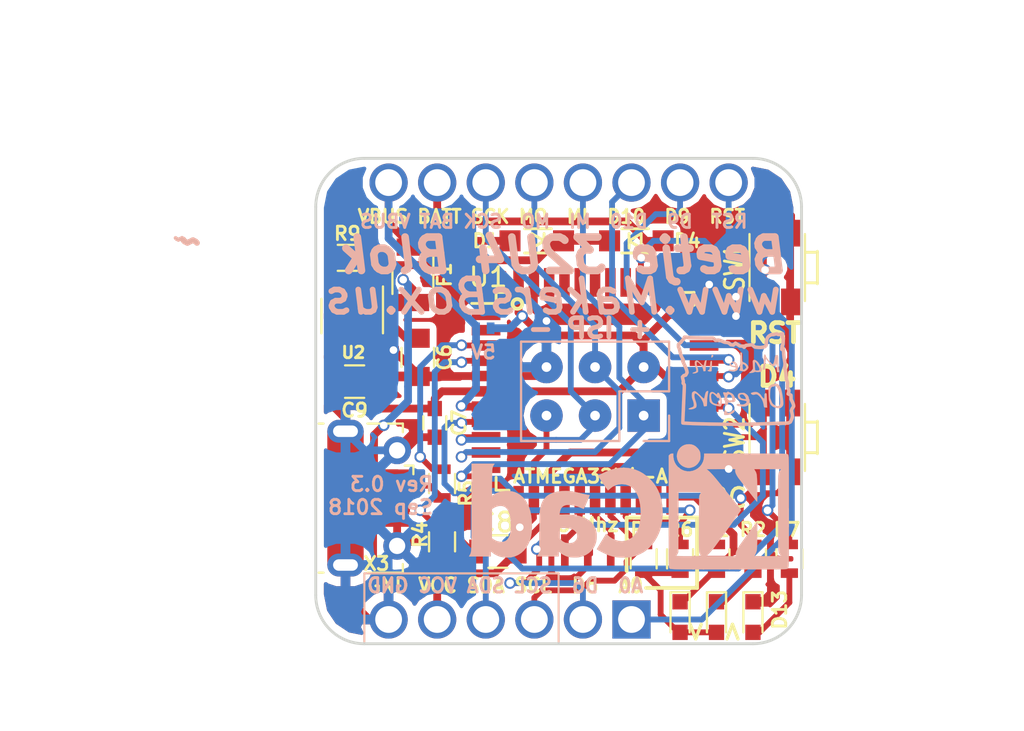
<source format=kicad_pcb>
(kicad_pcb (version 4) (host pcbnew 4.0.7)
  (title_block (title "Beetje 32U4 Blok") (date 2018-08-10) (rev 0.0) (company www.MakersBox.us) (comment 1 648.ken@gmail.com))
  (layers (0 F.Cu signal) (31 B.Cu signal) (34 B.Paste user) (35 F.Paste user) (36 B.SilkS user hide) (37 F.SilkS user) (38 B.Mask user) (39 F.Mask user) (44 Edge.Cuts user))
  (net 0 "")
  (net 1 GND)
  (net 2 /AREF)
  (net 3 VBUS)
  (net 4 +BATT)
  (net 5 /D4)
  (net 6 /D6)
  (net 7 /D8)
  (net 8 /D13)
  (net 9 /D12)
  (net 10 /D11)
  (net 11 /D10)
  (net 12 /D9)
  (net 13 /D7)
  (net 14 /SCL)
  (net 15 /SDA)
  (net 16 /D1)
  (net 17 /D0)
  (net 18 /A0)
  (net 19 /A1)
  (net 20 /A2)
  (net 21 /A3)
  (net 22 /A4)
  (net 23 /A5)
  (net 24 /SCK)
  (net 25 /MOSI)
  (net 26 /MISO)
  (net 27 "Net-(R4-Pad2)")
  (net 28 "Net-(R5-Pad2)")
  (net 29 "Net-(R9-Pad1)")
  (net 30 "Net-(U1-Pad2)")
  (net 31 "Net-(U1-Pad16)")
  (net 32 "Net-(U1-Pad17)")
  (net 33 /D5)
  (net 34 "Net-(U2-Pad4)")
  (net 35 "Net-(X3-Pad4)")
  (net 36 /RXLED)
  (net 37 /TXLED)
  (net 38 /VHI)
  (net 39 /~RESET)
  (net 40 /D+)
  (net 41 /D-)
  (net 42 VCC)
  (net 43 "Net-(D13-Pad2)")
  (net 44 "Net-(F1-Pad2)")
  (net 45 "Net-(D3-Pad1)")
  (net 46 "Net-(D5-Pad1)")
  (module footprints:Beetje_Bottom (layer F.Cu) (at 158.75 110.49 270)
    (fp_text reference J2 hide)
    (fp_text value "Beetje Bottom")
    (fp_text user "A0  D6  SCL SDA VCC GND" (at -1.778 6.604 360) (layer B.SilkS) (effects (font (size 0.75 0.7)) (justify mirror)))
    (fp_text user "GND VCC SDA SCL  D6  A0" (at -1.778 6.604 360) (layer F.SilkS) (effects (font (size 0.75 0.7))))
    (pad 1 thru_hole rect (at 0 0 270) (size 2 2) (drill 1.4) (layers *.Cu *.Mask) (net 18 /A0))
    (pad 2 thru_hole oval (at 0 2.54 270) (size 2 2) (drill 1.4) (layers *.Cu *.Mask) (net 6 /D6))
    (pad 3 thru_hole oval (at 0 5.08 270) (size 2 2) (drill 1.4) (layers *.Cu *.Mask) (net 14 /SCL))
    (pad 4 thru_hole oval (at 0 7.62 270) (size 2 2) (drill 1.4) (layers *.Cu *.Mask) (net 15 /SDA))
    (pad 5 thru_hole oval (at 0 10.16 270) (size 2 2) (drill 1.4) (layers *.Cu *.Mask) (net 42 VCC))
    (pad 6 thru_hole oval (at 0 12.7 270) (size 2 2) (drill 1.4) (layers *.Cu *.Mask) (net 1 GND))
  )
  (module footprints:Beetje_Top (layer F.Cu) (at 163.83 87.63 270)
    (fp_text reference J4 hide)
    (fp_text value "Beetje Top")
    (fp_text user "RST  D9  D10  MI  MO  SCK BAT VBUS" (at 2.032 9.144 360) (layer B.SilkS) (effects (font (size 0.7 0.675)) (justify mirror)))
    (fp_text user "VBUS BATT SCK MO  MI  D10  D9  RST" (at 1.778 9.271 360) (layer F.SilkS) (effects (font (size 0.7 0.675))))
    (pad 1 thru_hole circle (at 0 0 270) (size 2 2) (drill 1.4) (layers *.Cu *.Mask) (net 39 /~RESET))
    (pad 2 thru_hole oval (at 0 2.54 270) (size 2 2) (drill 1.4) (layers *.Cu *.Mask) (net 12 /D9))
    (pad 3 thru_hole oval (at 0 5.08 270) (size 2 2) (drill 1.4) (layers *.Cu *.Mask) (net 11 /D10))
    (pad 4 thru_hole oval (at 0 7.62 270) (size 2 2) (drill 1.4) (layers *.Cu *.Mask) (net 26 /MISO))
    (pad 5 thru_hole circle (at 0 10.16 270) (size 2 2) (drill 1.4) (layers *.Cu *.Mask) (net 25 /MOSI))
    (pad 6 thru_hole circle (at 0 12.7 270) (size 2 2) (drill 1.4) (layers *.Cu *.Mask) (net 24 /SCK))
    (pad 7 thru_hole circle (at 0 15.24 270) (size 2 2) (drill 1.4) (layers *.Cu *.Mask) (net 4 +BATT))
    (pad 8 thru_hole circle (at 0 17.78 270) (size 2 2) (drill 1.4) (layers *.Cu *.Mask) (net 3 VBUS))
  )
  (module footprints:EVQ-P7A (layer F.Cu) (at 166.37 100.965 90)
    (fp_text reference SW2 (at -0.127 -2.2225 90) (layer F.SilkS) (effects (font (size 1 0.8))))
    (fp_text value D4 (at 3.175 0 180) (layer F.SilkS) (effects (font (thickness 0.25))))
    (pad 2 smd rect (at 1.8 0.725 90) (size 1.4 1.05) (layers F.Cu F.Paste F.Mask) (net 1 GND))
    (pad 2 smd rect (at -1.8 0.725 90) (size 1.4 1.05) (layers F.Cu F.Paste F.Mask) (net 1 GND))
    (pad 1 smd rect (at 1.8 -0.7 90) (size 1.4 1.05) (layers F.Cu F.Paste F.Mask) (net 5 /D4))
    (pad 1 smd rect (at -1.8 -0.7 90) (size 1.4 1.05) (layers F.Cu F.Paste F.Mask) (net 5 /D4))
  )
  (module footprints:D_SOD-123F (layer F.Cu) (at 159.004 90.678)
    (fp_text reference D4 (at 2.667 0) (layer F.SilkS) (effects (font (size 0.7 0.7))))
    (fp_text value MBR120)
    (pad 1 smd rect (at -1.4 0) (size 1.1 1.1) (layers F.Cu F.Paste F.Mask) (net 38 /VHI))
    (pad 2 smd rect (at 1.4 0) (size 1.1 1.1) (layers F.Cu F.Paste F.Mask) (net 4 +BATT))
  )
  (module footprints:D_SOD-123F (layer F.Cu) (at 153.797 90.678 180)
    (fp_text reference D1 (at 2.667 0 180) (layer F.SilkS) (effects (font (size 0.7 0.7))))
    (fp_text value MBR120)
    (pad 1 smd rect (at -1.4 0 180) (size 1.1 1.1) (layers F.Cu F.Paste F.Mask) (net 38 /VHI))
    (pad 2 smd rect (at 1.4 0 180) (size 1.1 1.1) (layers F.Cu F.Paste F.Mask) (net 3 VBUS))
  )
  (module footprints:Jumper (layer B.Cu) (at 151.003 95.25 180)
    (fp_text reference JMP1 hide)
    (fp_text value 5V (at 0 -1.25 180) (layer B.SilkS) (effects (font (size 0.7 0.7)) (justify mirror)))
    (pad 1 smd rect (at -0.381 0 180) (size 0.4 0.6) (layers B.Cu B.Paste B.Mask) (net 42 VCC))
    (pad 2 smd rect (at 0.381 0 180) (size 0.4 0.6) (layers B.Cu B.Paste B.Mask) (net 3 VBUS))
  )
  (module footprints:LED_0603 (layer F.Cu) (at 161.29 110.363 270)
    (fp_text reference D3 hide)
    (fp_text value TX hide)
    (pad 2 smd rect (at 0.8 0 90) (size 0.8 0.8) (layers F.Cu F.Paste F.Mask) (net 42 VCC))
    (pad 1 smd rect (at -0.8 0 90) (size 0.8 0.8) (layers F.Cu F.Paste F.Mask) (net 45 "Net-(D3-Pad1)"))
  )
  (module footprints:Resonator_SMD_CTSC_1.3mmx3.2mm (layer F.Cu) (at 156.464 106.934 180)
    (fp_text reference Y1 hide)
    (fp_text value "8 Mhz" (at 0 1.397 180) (layer F.SilkS) (effects (font (size 0.7 0.7))))
    (pad 1 smd rect (at -1.2 0 180) (size 0.4 1.8) (layers F.Cu F.Paste F.Mask) (net 32 "Net-(U1-Pad17)"))
    (pad 2 smd rect (at 0 0 180) (size 0.4 1.8) (layers F.Cu F.Paste F.Mask) (net 1 GND))
    (pad 3 smd rect (at 1.2 0 180) (size 0.4 1.8) (layers F.Cu F.Paste F.Mask) (net 31 "Net-(U1-Pad16)"))
  )
  (module footprints:EVQ-P7A (layer F.Cu) (at 166.37 92.075 90)
    (fp_text reference SW1 (at 0 -2.2225 270) (layer F.SilkS) (effects (font (size 1 0.8))))
    (fp_text value RST (at -3.429 -0.127 180) (layer F.SilkS) (effects (font (thickness 0.25))))
    (pad 2 smd rect (at 1.8 0.725 90) (size 1.4 1.05) (layers F.Cu F.Paste F.Mask) (net 1 GND))
    (pad 2 smd rect (at -1.8 0.725 90) (size 1.4 1.05) (layers F.Cu F.Paste F.Mask) (net 1 GND))
    (pad 1 smd rect (at 1.8 -0.7 90) (size 1.4 1.05) (layers F.Cu F.Paste F.Mask) (net 39 /~RESET))
    (pad 1 smd rect (at -1.8 -0.7 90) (size 1.4 1.05) (layers F.Cu F.Paste F.Mask) (net 39 /~RESET))
  )
  (module myFootPrints:MadeInOregonRev25 (layer F.Cu) (at 164.211 97.917)
    (fp_text reference VAL hide)
    (fp_text value MadeInOregonRev25 hide)
  )
  (module footprints:KiCad-Logo2_8mm_SilkScreen (layer B.Cu) (at 158.623 105.283 180)
    (fp_text reference REF*** hide)
    (fp_text value KiCad-Logo2_8mm_SilkScreen hide)
  )
  (module footprints:C_0805 (layer F.Cu) (at 147.574 96.774 270)
    (fp_text reference C6 (at 0 -1.397 270) (layer F.SilkS) (effects (font (size 0.7 0.7))))
    (fp_text value 10uF)
    (pad 1 smd rect (at -1 0 270) (size 1 1.25) (layers F.Cu F.Paste F.Mask) (net 38 /VHI))
    (pad 2 smd rect (at 1 0 270) (size 1 1.25) (layers F.Cu F.Paste F.Mask) (net 1 GND))
  )
  (module footprints:C_0603 (layer F.Cu) (at 148.463 100.203 270)
    (fp_text reference C7 (at 0 -1.27 450) (layer F.SilkS) (effects (font (size 0.7 0.7))))
    (fp_text value 1uF)
    (pad 2 smd rect (at 0.75 0 270) (size 0.8 0.75) (layers F.Cu F.Paste F.Mask) (net 1 GND))
    (pad 1 smd rect (at -0.75 0 270) (size 0.8 0.75) (layers F.Cu F.Paste F.Mask) (net 42 VCC))
  )
  (module footprints:C_0805 (layer F.Cu) (at 151.765 106.934 180)
    (fp_text reference C8 (at 0.127 1.524 180) (layer F.SilkS))
    (fp_text value 10uF)
    (pad 1 smd rect (at -1 0 180) (size 1 1.25) (layers F.Cu F.Paste F.Mask) (net 42 VCC))
    (pad 2 smd rect (at 1 0 180) (size 1 1.25) (layers F.Cu F.Paste F.Mask) (net 1 GND))
  )
  (module footprints:C_0805 (layer F.Cu) (at 144.272 98.044 180)
    (fp_text reference C9 (at 0 -1.5 180) (layer F.SilkS) (effects (font (size 0.7 0.7))))
    (fp_text value 10uF)
    (pad 1 smd rect (at -1 0 180) (size 1 1.25) (layers F.Cu F.Paste F.Mask) (net 42 VCC))
    (pad 2 smd rect (at 1 0 180) (size 1 1.25) (layers F.Cu F.Paste F.Mask) (net 1 GND))
  )
  (module footprints:LED_0603 (layer F.Cu) (at 163.195 110.363 270)
    (fp_text reference D5 hide)
    (fp_text value RX hide)
    (pad 2 smd rect (at 0.8 0 90) (size 0.8 0.8) (layers F.Cu F.Paste F.Mask) (net 42 VCC))
    (pad 1 smd rect (at -0.8 0 90) (size 0.8 0.8) (layers F.Cu F.Paste F.Mask) (net 46 "Net-(D5-Pad1)"))
  )
  (module footprints:LED_0603 (layer F.Cu) (at 165.1 110.363 270)
    (fp_text reference D13 (at -0.381 -1.397 270) (layer F.SilkS) (effects (font (size 0.7 0.7))))
    (fp_text value D13)
    (pad 2 smd rect (at 0.8 0 90) (size 0.8 0.8) (layers F.Cu F.Paste F.Mask) (net 43 "Net-(D13-Pad2)"))
    (pad 1 smd rect (at -0.8 0 90) (size 0.8 0.8) (layers F.Cu F.Paste F.Mask) (net 1 GND))
  )
  (module footprints:R_1206 (layer F.Cu) (at 147.32 92.456 270)
    (fp_text reference F1 (at 0 -1.651 270) (layer F.SilkS) (effects (font (size 0.7 0.7))))
    (fp_text value Polyfuse)
    (pad 1 smd rect (at -1.45 0 270) (size 0.9 1.7) (layers F.Cu F.Paste F.Mask) (net 3 VBUS))
    (pad 2 smd rect (at 1.45 0 270) (size 0.9 1.7) (layers F.Cu F.Paste F.Mask) (net 44 "Net-(F1-Pad2)"))
  )
  (module footprints:R_0603 (layer F.Cu) (at 163.195 107.315 270)
    (fp_text reference R1 (at -1.524 0 360) (layer F.SilkS) (effects (font (size 0.7 0.7))))
    (fp_text value 330)
    (pad 1 smd rect (at -0.75 0 270) (size 0.5 0.9) (layers F.Cu F.Paste F.Mask) (net 37 /TXLED))
    (pad 2 smd rect (at 0.75 0 270) (size 0.5 0.9) (layers F.Cu F.Paste F.Mask) (net 45 "Net-(D3-Pad1)"))
  )
  (module footprints:R_0603 (layer F.Cu) (at 165.1 107.315 270)
    (fp_text reference R2 (at -1.524 0 360) (layer F.SilkS) (effects (font (size 0.7 0.7))))
    (fp_text value 330)
    (pad 1 smd rect (at -0.75 0 270) (size 0.5 0.9) (layers F.Cu F.Paste F.Mask) (net 36 /RXLED))
    (pad 2 smd rect (at 0.75 0 270) (size 0.5 0.9) (layers F.Cu F.Paste F.Mask) (net 46 "Net-(D5-Pad1)"))
  )
  (module footprints:R_0603 (layer F.Cu) (at 148.844 106.426 270)
    (fp_text reference R4 (at -0.381 1.143 450) (layer F.SilkS) (effects (font (size 0.7 0.7))))
    (fp_text value 22)
    (pad 1 smd rect (at -0.75 0 270) (size 0.5 0.9) (layers F.Cu F.Paste F.Mask) (net 40 /D+))
    (pad 2 smd rect (at 0.75 0 270) (size 0.5 0.9) (layers F.Cu F.Paste F.Mask) (net 27 "Net-(R4-Pad2)"))
  )
  (module footprints:R_0603 (layer F.Cu) (at 148.844 103.378 270)
    (fp_text reference R5 (at 0.508 -1.27 450) (layer F.SilkS) (effects (font (size 0.7 0.7))))
    (fp_text value 22)
    (pad 1 smd rect (at -0.75 0 270) (size 0.5 0.9) (layers F.Cu F.Paste F.Mask) (net 41 /D-))
    (pad 2 smd rect (at 0.75 0 270) (size 0.5 0.9) (layers F.Cu F.Paste F.Mask) (net 28 "Net-(R5-Pad2)"))
  )
  (module footprints:R_0603 (layer F.Cu) (at 167.005 107.315 90)
    (fp_text reference R7 (at 1.524 -0.127 180) (layer F.SilkS) (effects (font (size 0.7 0.7))))
    (fp_text value 330)
    (pad 1 smd rect (at -0.75 0 90) (size 0.5 0.9) (layers F.Cu F.Paste F.Mask) (net 43 "Net-(D13-Pad2)"))
    (pad 2 smd rect (at 0.75 0 90) (size 0.5 0.9) (layers F.Cu F.Paste F.Mask) (net 8 /D13))
  )
  (module footprints:R_0603 (layer F.Cu) (at 143.891 91.567)
    (fp_text reference R9 (at 0 -1.27) (layer F.SilkS) (effects (font (size 0.7 0.7))))
    (fp_text value 100K)
    (pad 1 smd rect (at -0.75 0) (size 0.5 0.9) (layers F.Cu F.Paste F.Mask) (net 29 "Net-(R9-Pad1)"))
    (pad 2 smd rect (at 0.75 0) (size 0.5 0.9) (layers F.Cu F.Paste F.Mask) (net 38 /VHI))
  )
  (module footprints:TQFP-44_10x10mm_Pitch0.8mm (layer F.Cu) (at 156.845 98.552)
    (fp_text reference U1 (at -5.588 -5.969) (layer F.SilkS))
    (fp_text value ATMEGA32U4-AU (at 0.127 4.445) (layer F.SilkS) (effects (font (size 0.7 0.7))))
    (pad 1 smd rect (at -5.7 -4) (size 1.5 0.55) (layers F.Cu F.Paste F.Mask) (net 13 /D7))
    (pad 2 smd rect (at -5.7 -3.2) (size 1.5 0.55) (layers F.Cu F.Paste F.Mask) (net 30 "Net-(U1-Pad2)"))
    (pad 3 smd rect (at -5.7 -2.4) (size 1.5 0.55) (layers F.Cu F.Paste F.Mask) (net 41 /D-))
    (pad 4 smd rect (at -5.7 -1.6) (size 1.5 0.55) (layers F.Cu F.Paste F.Mask) (net 40 /D+))
    (pad 5 smd rect (at -5.7 -0.8) (size 1.5 0.55) (layers F.Cu F.Paste F.Mask) (net 1 GND))
    (pad 6 smd rect (at -5.7 0) (size 1.5 0.55) (layers F.Cu F.Paste F.Mask) (net 42 VCC))
    (pad 7 smd rect (at -5.7 0.8) (size 1.5 0.55) (layers F.Cu F.Paste F.Mask) (net 3 VBUS))
    (pad 8 smd rect (at -5.7 1.6) (size 1.5 0.55) (layers F.Cu F.Paste F.Mask) (net 36 /RXLED))
    (pad 9 smd rect (at -5.7 2.4) (size 1.5 0.55) (layers F.Cu F.Paste F.Mask) (net 24 /SCK))
    (pad 10 smd rect (at -5.7 3.2) (size 1.5 0.55) (layers F.Cu F.Paste F.Mask) (net 25 /MOSI))
    (pad 11 smd rect (at -5.7 4) (size 1.5 0.55) (layers F.Cu F.Paste F.Mask) (net 26 /MISO))
    (pad 12 smd rect (at -4 5.7 90) (size 1.5 0.55) (layers F.Cu F.Paste F.Mask) (net 10 /D11))
    (pad 13 smd rect (at -3.2 5.7 90) (size 1.5 0.55) (layers F.Cu F.Paste F.Mask) (net 39 /~RESET))
    (pad 14 smd rect (at -2.4 5.7 90) (size 1.5 0.55) (layers F.Cu F.Paste F.Mask) (net 42 VCC))
    (pad 15 smd rect (at -1.6 5.7 90) (size 1.5 0.55) (layers F.Cu F.Paste F.Mask) (net 1 GND))
    (pad 16 smd rect (at -0.8 5.7 90) (size 1.5 0.55) (layers F.Cu F.Paste F.Mask) (net 31 "Net-(U1-Pad16)"))
    (pad 17 smd rect (at 0 5.7 90) (size 1.5 0.55) (layers F.Cu F.Paste F.Mask) (net 32 "Net-(U1-Pad17)"))
    (pad 18 smd rect (at 0.8 5.7 90) (size 1.5 0.55) (layers F.Cu F.Paste F.Mask) (net 14 /SCL))
    (pad 19 smd rect (at 1.6 5.7 90) (size 1.5 0.55) (layers F.Cu F.Paste F.Mask) (net 15 /SDA))
    (pad 20 smd rect (at 2.4 5.7 90) (size 1.5 0.55) (layers F.Cu F.Paste F.Mask) (net 17 /D0))
    (pad 21 smd rect (at 3.2 5.7 90) (size 1.5 0.55) (layers F.Cu F.Paste F.Mask) (net 16 /D1))
    (pad 22 smd rect (at 4 5.7 90) (size 1.5 0.55) (layers F.Cu F.Paste F.Mask) (net 37 /TXLED))
    (pad 23 smd rect (at 5.7 4) (size 1.5 0.55) (layers F.Cu F.Paste F.Mask) (net 1 GND))
    (pad 24 smd rect (at 5.7 3.2) (size 1.5 0.55) (layers F.Cu F.Paste F.Mask) (net 42 VCC))
    (pad 25 smd rect (at 5.7 2.4) (size 1.5 0.55) (layers F.Cu F.Paste F.Mask) (net 5 /D4))
    (pad 26 smd rect (at 5.7 1.6) (size 1.5 0.55) (layers F.Cu F.Paste F.Mask) (net 9 /D12))
    (pad 27 smd rect (at 5.7 0.8) (size 1.5 0.55) (layers F.Cu F.Paste F.Mask) (net 6 /D6))
    (pad 28 smd rect (at 5.7 0) (size 1.5 0.55) (layers F.Cu F.Paste F.Mask) (net 7 /D8))
    (pad 29 smd rect (at 5.7 -0.8) (size 1.5 0.55) (layers F.Cu F.Paste F.Mask) (net 12 /D9))
    (pad 30 smd rect (at 5.7 -1.6) (size 1.5 0.55) (layers F.Cu F.Paste F.Mask) (net 11 /D10))
    (pad 31 smd rect (at 5.7 -2.4) (size 1.5 0.55) (layers F.Cu F.Paste F.Mask) (net 33 /D5))
    (pad 32 smd rect (at 5.7 -3.2) (size 1.5 0.55) (layers F.Cu F.Paste F.Mask) (net 8 /D13))
    (pad 33 smd rect (at 5.7 -4) (size 1.5 0.55) (layers F.Cu F.Paste F.Mask) (net 42 VCC))
    (pad 34 smd rect (at 4 -5.7 90) (size 1.5 0.55) (layers F.Cu F.Paste F.Mask) (net 42 VCC))
    (pad 35 smd rect (at 3.2 -5.7 90) (size 1.5 0.55) (layers F.Cu F.Paste F.Mask) (net 1 GND))
    (pad 36 smd rect (at 2.4 -5.7 90) (size 1.5 0.55) (layers F.Cu F.Paste F.Mask) (net 18 /A0))
    (pad 37 smd rect (at 1.6 -5.7 90) (size 1.5 0.55) (layers F.Cu F.Paste F.Mask) (net 19 /A1))
    (pad 38 smd rect (at 0.8 -5.7 90) (size 1.5 0.55) (layers F.Cu F.Paste F.Mask) (net 20 /A2))
    (pad 39 smd rect (at 0 -5.7 90) (size 1.5 0.55) (layers F.Cu F.Paste F.Mask) (net 21 /A3))
    (pad 40 smd rect (at -0.8 -5.7 90) (size 1.5 0.55) (layers F.Cu F.Paste F.Mask) (net 22 /A4))
    (pad 41 smd rect (at -1.6 -5.7 90) (size 1.5 0.55) (layers F.Cu F.Paste F.Mask) (net 23 /A5))
    (pad 42 smd rect (at -2.4 -5.7 90) (size 1.5 0.55) (layers F.Cu F.Paste F.Mask) (net 2 /AREF))
    (pad 43 smd rect (at -3.2 -5.7 90) (size 1.5 0.55) (layers F.Cu F.Paste F.Mask) (net 1 GND))
    (pad 44 smd rect (at -4 -5.7 90) (size 1.5 0.55) (layers F.Cu F.Paste F.Mask) (net 42 VCC))
  )
  (module footprints:SOT-23-5 (layer F.Cu) (at 144.145 94.615 270)
    (fp_text reference U2 (at 1.905 -0.0635 360) (layer F.SilkS) (effects (font (size 0.6 0.6))))
    (fp_text value MIC5225-3.3)
    (pad 1 smd rect (at -1.1 -0.95 270) (size 1.06 0.65) (layers F.Cu F.Paste F.Mask) (net 38 /VHI))
    (pad 2 smd rect (at -1.1 0 270) (size 1.06 0.65) (layers F.Cu F.Paste F.Mask) (net 1 GND))
    (pad 3 smd rect (at -1.1 0.95 270) (size 1.06 0.65) (layers F.Cu F.Paste F.Mask) (net 29 "Net-(R9-Pad1)"))
    (pad 4 smd rect (at 1.1 0.95 270) (size 1.06 0.65) (layers F.Cu F.Paste F.Mask) (net 34 "Net-(U2-Pad4)"))
    (pad 5 smd rect (at 1.1 -0.95 270) (size 1.06 0.65) (layers F.Cu F.Paste F.Mask) (net 42 VCC))
  )
  (module footprints:USB_Micro-B_Molex-105017-0001 (layer F.Cu) (at 144.145 104.14 270)
    (fp_text reference X3 (at 3.429 -1.27 360) (layer F.SilkS) (effects (font (size 0.7 0.7))))
    (fp_text value USB_OTG)
    (pad 6 smd rect (at 1 0.35 270) (size 1.5 1.9) (layers F.Cu F.Paste F.Mask) (net 1 GND))
    (pad 6 thru_hole circle (at -2.5 -2.35 270) (size 1.45 1.45) (drill 0.85) (layers *.Cu *.Mask) (net 1 GND))
    (pad 2 smd rect (at -0.65 -2.35 270) (size 0.4 1.35) (layers F.Cu F.Paste F.Mask) (net 28 "Net-(R5-Pad2)"))
    (pad 1 smd rect (at -1.3 -2.35 270) (size 0.4 1.35) (layers F.Cu F.Paste F.Mask) (net 44 "Net-(F1-Pad2)"))
    (pad 5 smd rect (at 1.3 -2.35 270) (size 0.4 1.35) (layers F.Cu F.Paste F.Mask) (net 1 GND))
    (pad 4 smd rect (at 0.65 -2.35 270) (size 0.4 1.35) (layers F.Cu F.Paste F.Mask) (net 35 "Net-(X3-Pad4)"))
    (pad 3 smd rect (at 0 -2.35 270) (size 0.4 1.35) (layers F.Cu F.Paste F.Mask) (net 27 "Net-(R4-Pad2)"))
    (pad 6 thru_hole circle (at 2.5 -2.35 270) (size 1.45 1.45) (drill 0.85) (layers *.Cu *.Mask) (net 1 GND))
    (pad 6 smd rect (at -1 0.35 270) (size 1.5 1.9) (layers F.Cu F.Paste F.Mask) (net 1 GND))
    (pad 6 thru_hole oval (at -3.5 0.35 90) (size 1.2 1.9) (drill oval 0.6 1.3) (layers *.Cu *.Mask) (net 1 GND))
    (pad 6 thru_hole oval (at 3.5 0.35 270) (size 1.2 1.9) (drill oval 0.6 1.3) (layers *.Cu *.Mask) (net 1 GND))
    (pad 6 smd rect (at 2.9 0.35 270) (size 1.2 1.9) (layers F.Cu F.Mask) (net 1 GND))
    (pad 6 smd rect (at -2.9 0.35 270) (size 1.2 1.9) (layers F.Cu F.Mask) (net 1 GND))
  )
  (module footprints:Pin_Header_Straight_2x03_Pitch2.54mm (layer B.Cu) (at 159.385 99.822 90)
    (fp_text reference CON1 hide)
    (fp_text value AVR-ISP-6)
    (pad 1 thru_hole rect (at 0 0 90) (size 1.7 1.7) (drill 0.508) (layers *.Cu *.Mask) (net 26 /MISO))
    (pad 2 thru_hole oval (at 2.54 0 90) (size 1.7 1.7) (drill 0.508) (layers *.Cu *.Mask) (net 42 VCC))
    (pad 3 thru_hole oval (at 0 -2.54 90) (size 1.7 1.7) (drill 0.508) (layers *.Cu *.Mask) (net 24 /SCK))
    (pad 4 thru_hole oval (at 2.54 -2.54 90) (size 1.7 1.7) (drill 0.508) (layers *.Cu *.Mask) (net 25 /MOSI))
    (pad 5 thru_hole oval (at 0 -5.08 90) (size 1.7 1.7) (drill 0.508) (layers *.Cu *.Mask) (net 39 /~RESET))
    (pad 6 thru_hole oval (at 2.54 -5.08 90) (size 1.7 1.7) (drill 0.508) (layers *.Cu *.Mask) (net 1 GND))
  )
  (module footprints:R_0603 (layer F.Cu) (at 159.385 107.315 270)
    (fp_text reference R3 (at -1.524 0 360) (layer F.SilkS) (effects (font (size 0.7 0.7))))
    (fp_text value 4K7)
    (pad 1 smd rect (at -0.75 0 270) (size 0.5 0.9) (layers F.Cu F.Paste F.Mask) (net 14 /SCL))
    (pad 2 smd rect (at 0.75 0 270) (size 0.5 0.9) (layers F.Cu F.Paste F.Mask) (net 42 VCC))
  )
  (module footprints:R_0603 (layer F.Cu) (at 161.29 107.315 270)
    (fp_text reference R6 (at -1.524 0 360) (layer F.SilkS) (effects (font (size 0.7 0.7))))
    (fp_text value 4K7)
    (pad 1 smd rect (at -0.75 0 270) (size 0.5 0.9) (layers F.Cu F.Paste F.Mask) (net 15 /SDA))
    (pad 2 smd rect (at 0.75 0 270) (size 0.5 0.9) (layers F.Cu F.Paste F.Mask) (net 42 VCC))
  )
  (gr_line (start 163.068 105.156) (end 163.322 104.902) (angle 90) (layer F.SilkS) (width 0.2))
  (gr_line (start 162.433 105.156) (end 163.068 105.156) (angle 90) (layer F.SilkS) (width 0.2))
  (gr_text I2C (at 163.576 104.14) (layer F.SilkS) (effects (font (size 1 1) (thickness 0.175))))
  (gr_line (start 162.179 108.839) (end 159.512 108.839) (angle 90) (layer F.SilkS) (width 0.2))
  (gr_line (start 162.179 105.156) (end 162.179 108.839) (angle 90) (layer F.SilkS) (width 0.2))
  (gr_line (start 162.306 105.156) (end 162.179 105.156) (angle 90) (layer F.SilkS) (width 0.2))
  (gr_line (start 162.179 105.156) (end 162.306 105.156) (angle 90) (layer F.SilkS) (width 0.2))
  (gr_line (start 158.496 105.156) (end 162.179 105.156) (angle 90) (layer F.SilkS) (width 0.2))
  (gr_line (start 158.496 107.95) (end 158.496 105.156) (angle 90) (layer F.SilkS) (width 0.2))
  (gr_text > (at 163.957 111.125 90) (layer F.SilkS) (effects (font (size 1 1) (thickness 0.175))))
  (gr_text > (at 162.179 111.125 270) (layer F.SilkS) (effects (font (size 1 1) (thickness 0.175))))
  (gr_text "Rev 0.3\nSep 2018" (at 148.463 104.013) (layer B.SilkS) (effects (font (size 0.75 0.75)) (justify left mirror)))
  (gr_line (start 142.24 109.22) (end 142.24 88.9) (angle 90) (layer Edge.Cuts) (width 0.15))
  (gr_line (start 165.1 111.76) (end 144.78 111.76) (angle 90) (layer Edge.Cuts) (width 0.15))
  (gr_line (start 167.64 88.9) (end 167.64 109.22) (angle 90) (layer Edge.Cuts) (width 0.15))
  (gr_line (start 144.78 86.36) (end 165.1 86.36) (angle 90) (layer Edge.Cuts) (width 0.15))
  (gr_arc (start 144.78 88.9) (end 142.24 88.9) (angle 90) (layer Edge.Cuts) (width 0.15))
  (gr_arc (start 144.78 109.22) (end 144.78 111.76) (angle 90) (layer Edge.Cuts) (width 0.15))
  (gr_arc (start 165.1 109.22) (end 167.64 109.22) (angle 90) (layer Edge.Cuts) (width 0.15))
  (gr_arc (start 165.1 88.9) (end 165.1 86.36) (angle 90) (layer Edge.Cuts) (width 0.15))
  (gr_text "+ ISP -" (at 156.591 95.25) (layer B.SilkS) (effects (font (size 1 1) (thickness 0.25)) (justify mirror)))
  (gr_circle (center 152.781 93.98) (end 152.781 93.726) (layer F.SilkS) (width 0.2))
  (gr_text www.MakersBox.us (at 166.878 93.599) (layer B.SilkS) (effects (font (size 1.75 1.75) (thickness 0.3) italic) (justify left mirror)))
  (gr_text "Beetje 32U4 Blok\n" (at 167.132 91.44) (layer B.SilkS) (effects (font (size 1.75 1.75) (thickness 0.4) italic) (justify left mirror)))
  (gr_text ~ (at 135.636 90.678) (layer B.SilkS) (effects (font (size 1.5 1.5) (thickness 0.3)) (justify mirror)))
  (gr_text ~ (at 135.128 90.551) (layer B.SilkS) (effects (font (size 1 1) (thickness 0.2)) (justify mirror)))
  (segment (start 165.989 106.045) (end 165.989 105.918) (width 0.3048) (layer F.Cu) (net 1))
  (segment (start 165.989 106.045) (end 165.989 106.426) (width 0.3048) (layer F.Cu) (net 1))
  (segment (start 167.095 103.161) (end 166.37 103.886) (width 0.3048) (layer F.Cu) (net 1))
  (segment (start 165.519 109.563) (end 165.1 109.563) (width 0.3048) (layer F.Cu) (net 1))
  (segment (start 165.519 109.563) (end 165.989 109.093) (width 0.3048) (layer F.Cu) (net 1))
  (segment (start 165.989 109.093) (end 165.989 106.426) (width 0.3048) (layer F.Cu) (net 1))
  (segment (start 165.735 103.886) (end 166.37 103.886) (width 0.3048) (layer F.Cu) (net 1))
  (segment (start 165.1 104.521) (end 165.735 103.886) (width 0.3048) (layer F.Cu) (net 1))
  (segment (start 165.1 105.029) (end 165.1 104.521) (width 0.3048) (layer F.Cu) (net 1))
  (segment (start 165.989 105.918) (end 165.1 105.029) (width 0.3048) (layer F.Cu) (net 1))
  (segment (start 163.068 98.679) (end 164.084 98.679) (width 0.4064) (layer B.Cu) (net 1))
  (segment (start 162.56 101.981) (end 163.195 102.616) (width 0.4064) (layer B.Cu) (net 1))
  (segment (start 163.195 102.616) (end 163.83 102.616) (width 0.4064) (layer B.Cu) (net 1))
  (segment (start 162.75 102.552) (end 163.83 102.616) (width 0.4064) (layer F.Cu) (net 1))
  (segment (start 162.052 92.202) (end 162.052 91.694) (width 0.4064) (layer F.Cu) (net 1))
  (segment (start 162.814 92.964) (end 162.052 92.202) (width 0.4064) (layer F.Cu) (net 1))
  (via (at 162.814 92.964) (size 0.6) (drill 0.4) (layers F.Cu B.Cu) (net 1))
  (segment (start 162.56 99.187) (end 163.068 98.679) (width 0.4064) (layer B.Cu) (net 1))
  (via (at 163.83 102.616) (size 0.6) (drill 0.4) (layers F.Cu B.Cu) (net 1))
  (segment (start 162.56 99.187) (end 162.56 101.981) (width 0.4064) (layer B.Cu) (net 1))
  (segment (start 162.814 94.742) (end 162.814 92.964) (width 0.4064) (layer B.Cu) (net 1))
  (segment (start 163.576 95.504) (end 162.814 94.742) (width 0.4064) (layer B.Cu) (net 1))
  (segment (start 164.592 95.504) (end 163.576 95.504) (width 0.4064) (layer B.Cu) (net 1))
  (segment (start 165.354 96.266) (end 164.592 95.504) (width 0.4064) (layer B.Cu) (net 1))
  (segment (start 165.354 97.409) (end 165.354 96.266) (width 0.4064) (layer B.Cu) (net 1))
  (segment (start 164.084 98.679) (end 165.354 97.409) (width 0.4064) (layer B.Cu) (net 1))
  (segment (start 167.095 102.765) (end 167.095 103.161) (width 0.3048) (layer F.Cu) (net 1))
  (segment (start 162.545 102.552) (end 162.75 102.552) (width 0.4064) (layer F.Cu) (net 1))
  (segment (start 147.574 97.774) (end 147.574 97.663) (width 0.4064) (layer F.Cu) (net 1))
  (segment (start 147.574 97.663) (end 146.304 96.393) (width 0.4064) (layer F.Cu) (net 1))
  (segment (start 143.795 98.902) (end 143.795 100.64) (width 0.4064) (layer B.Cu) (net 1))
  (segment (start 146.304 96.393) (end 143.795 98.902) (width 0.4064) (layer B.Cu) (net 1))
  (via (at 146.304 96.393) (size 0.6) (drill 0.4) (layers F.Cu B.Cu) (net 1))
  (via (at 154.305 94.869) (size 0.6) (drill 0.4) (layers F.Cu B.Cu) (net 1))
  (segment (start 154.305 94.869) (end 154.305 97.282) (width 0.4064) (layer B.Cu) (net 1))
  (segment (start 155.245 104.252) (end 155.245 103.327) (width 0.4064) (layer F.Cu) (net 1))
  (segment (start 156.02 102.552) (end 162.545 102.552) (width 0.4064) (layer F.Cu) (net 1))
  (segment (start 155.245 103.327) (end 156.02 102.552) (width 0.4064) (layer F.Cu) (net 1))
  (segment (start 160.045 92.852) (end 160.045 91.923) (width 0.4064) (layer F.Cu) (net 1))
  (segment (start 160.045 91.923) (end 160.274 91.694) (width 0.4064) (layer F.Cu) (net 1))
  (segment (start 160.274 91.694) (end 162.052 91.694) (width 0.4064) (layer F.Cu) (net 1))
  (segment (start 167.095 89.371) (end 167.095 90.275) (width 0.4064) (layer F.Cu) (net 1))
  (segment (start 162.052 91.694) (end 164.846 88.9) (width 0.4064) (layer F.Cu) (net 1))
  (segment (start 164.846 88.9) (end 166.624 88.9) (width 0.4064) (layer F.Cu) (net 1))
  (segment (start 166.624 88.9) (end 167.095 89.371) (width 0.4064) (layer F.Cu) (net 1))
  (segment (start 167.095 93.875) (end 167.095 90.275) (width 0.3048) (layer F.Cu) (net 1))
  (segment (start 167.095 99.165) (end 167.095 93.875) (width 0.3048) (layer F.Cu) (net 1))
  (segment (start 167.095 102.765) (end 167.095 99.165) (width 0.3048) (layer F.Cu) (net 1))
  (segment (start 156.464 106.934) (end 156.464 107.696) (width 0.3048) (layer F.Cu) (net 1))
  (segment (start 156.464 107.696) (end 155.829 108.331) (width 0.3048) (layer F.Cu) (net 1))
  (segment (start 155.829 108.331) (end 154.813 108.331) (width 0.3048) (layer F.Cu) (net 1))
  (segment (start 154.813 108.331) (end 154.559 108.077) (width 0.3048) (layer F.Cu) (net 1))
  (segment (start 154.559 108.077) (end 154.559 105.791) (width 0.3048) (layer F.Cu) (net 1))
  (segment (start 154.559 105.791) (end 155.245 105.105) (width 0.3048) (layer F.Cu) (net 1))
  (segment (start 155.245 105.105) (end 155.245 104.252) (width 0.3048) (layer F.Cu) (net 1))
  (segment (start 146.05 110.49) (end 146.05 107.085) (width 0.4064) (layer B.Cu) (net 1))
  (segment (start 146.05 107.085) (end 146.495 106.64) (width 0.4064) (layer B.Cu) (net 1))
  (segment (start 150.765 106.934) (end 150.368 106.934) (width 0.4064) (layer F.Cu) (net 1))
  (segment (start 150.368 106.934) (end 149.86 106.426) (width 0.4064) (layer F.Cu) (net 1))
  (segment (start 149.86 106.426) (end 146.709 106.426) (width 0.4064) (layer F.Cu) (net 1))
  (segment (start 146.709 106.426) (end 146.495 106.64) (width 0.4064) (layer F.Cu) (net 1))
  (segment (start 143.795 107.64) (end 143.795 109.251) (width 0.4064) (layer F.Cu) (net 1))
  (segment (start 145.034 110.49) (end 146.05 110.49) (width 0.4064) (layer F.Cu) (net 1))
  (segment (start 143.795 109.251) (end 145.034 110.49) (width 0.4064) (layer F.Cu) (net 1))
  (segment (start 160.045 92.852) (end 160.045 94.209) (width 0.4064) (layer F.Cu) (net 1))
  (segment (start 153.645 94.209) (end 153.645 92.852) (width 0.4064) (layer F.Cu) (net 1))
  (segment (start 154.305 94.869) (end 153.645 94.209) (width 0.4064) (layer F.Cu) (net 1))
  (segment (start 159.385 94.869) (end 154.305 94.869) (width 0.4064) (layer F.Cu) (net 1))
  (segment (start 160.045 94.209) (end 159.385 94.869) (width 0.4064) (layer F.Cu) (net 1))
  (segment (start 151.145 97.752) (end 153.835 97.752) (width 0.4064) (layer F.Cu) (net 1))
  (segment (start 153.835 97.752) (end 154.305 97.282) (width 0.4064) (layer F.Cu) (net 1))
  (segment (start 146.495 101.64) (end 144.795 101.64) (width 0.4064) (layer B.Cu) (net 1))
  (segment (start 144.795 101.64) (end 143.795 100.64) (width 0.4064) (layer B.Cu) (net 1))
  (segment (start 151.145 97.752) (end 147.596 97.752) (width 0.4064) (layer F.Cu) (net 1))
  (segment (start 147.596 97.752) (end 147.574 97.774) (width 0.4064) (layer F.Cu) (net 1))
  (segment (start 146.495 101.64) (end 146.899 101.64) (width 0.4064) (layer F.Cu) (net 1))
  (segment (start 146.899 101.64) (end 147.586 100.953) (width 0.4064) (layer F.Cu) (net 1))
  (segment (start 147.586 100.953) (end 148.463 100.953) (width 0.4064) (layer F.Cu) (net 1))
  (segment (start 143.272 98.044) (end 143.272 97.774) (width 0.4064) (layer F.Cu) (net 1))
  (segment (start 143.272 97.774) (end 144.145 96.901) (width 0.4064) (layer F.Cu) (net 1))
  (segment (start 144.145 96.901) (end 144.145 93.515) (width 0.4064) (layer F.Cu) (net 1))
  (segment (start 143.795 100.64) (end 143.795 99.98) (width 0.4064) (layer F.Cu) (net 1))
  (segment (start 143.795 99.98) (end 143.272 99.457) (width 0.4064) (layer F.Cu) (net 1))
  (segment (start 143.272 99.457) (end 143.272 98.044) (width 0.4064) (layer F.Cu) (net 1))
  (segment (start 146.495 106.64) (end 146.495 105.44) (width 0.4064) (layer F.Cu) (net 1))
  (segment (start 143.795 103.14) (end 143.795 101.24) (width 0.4064) (layer F.Cu) (net 1))
  (segment (start 143.795 101.24) (end 143.795 100.64) (width 0.4064) (layer F.Cu) (net 1))
  (segment (start 143.795 105.14) (end 143.795 103.14) (width 0.4064) (layer F.Cu) (net 1))
  (segment (start 143.795 107.64) (end 143.795 105.14) (width 0.4064) (layer F.Cu) (net 1))
  (segment (start 143.795 107.64) (end 143.795 107.04) (width 0.4064) (layer F.Cu) (net 1))
  (segment (start 149.86 99.314) (end 150.622 98.425) (width 0.4064) (layer B.Cu) (net 3))
  (via (at 149.86 99.314) (size 0.6) (drill 0.4) (layers F.Cu B.Cu) (net 3))
  (segment (start 150.622 98.425) (end 150.622 95.25) (width 0.4064) (layer B.Cu) (net 3))
  (segment (start 151.145 99.352) (end 149.898 99.352) (width 0.4064) (layer F.Cu) (net 3))
  (segment (start 149.898 99.352) (end 149.86 99.314) (width 0.4064) (layer F.Cu) (net 3))
  (segment (start 150.622 95.25) (end 150.622 95.123) (width 0.4064) (layer B.Cu) (net 3))
  (segment (start 150.622 95.123) (end 146.05 90.551) (width 0.4064) (layer B.Cu) (net 3))
  (segment (start 146.05 90.551) (end 146.05 87.63) (width 0.4064) (layer B.Cu) (net 3))
  (segment (start 149.898 99.352) (end 149.86 99.314) (width 0.3048) (layer F.Cu) (net 3))
  (segment (start 147.32 91.006) (end 148.77 91.006) (width 0.4064) (layer F.Cu) (net 3))
  (segment (start 149.098 90.678) (end 152.397 90.678) (width 0.4064) (layer F.Cu) (net 3))
  (segment (start 148.77 91.006) (end 149.098 90.678) (width 0.4064) (layer F.Cu) (net 3))
  (segment (start 146.05 87.63) (end 146.05 89.736) (width 0.4064) (layer F.Cu) (net 3))
  (segment (start 146.05 89.736) (end 147.32 91.006) (width 0.4064) (layer F.Cu) (net 3))
  (segment (start 160.404 90.678) (end 159.512 90.678) (width 0.4064) (layer F.Cu) (net 4))
  (segment (start 148.59 89.027) (end 148.59 87.63) (width 0.4064) (layer F.Cu) (net 4))
  (segment (start 149.225 89.662) (end 148.59 89.027) (width 0.4064) (layer F.Cu) (net 4))
  (segment (start 158.496 89.662) (end 149.225 89.662) (width 0.4064) (layer F.Cu) (net 4))
  (segment (start 159.512 90.678) (end 158.496 89.662) (width 0.4064) (layer F.Cu) (net 4))
  (segment (start 165.67 102.765) (end 165.67 100.522) (width 0.3048) (layer F.Cu) (net 5))
  (segment (start 162.545 100.952) (end 165.24 100.952) (width 0.3048) (layer F.Cu) (net 5))
  (segment (start 165.67 100.522) (end 165.67 99.165) (width 0.3048) (layer F.Cu) (net 5))
  (segment (start 165.24 100.952) (end 165.67 100.522) (width 0.3048) (layer F.Cu) (net 5))
  (segment (start 163.576 105.537) (end 164.093594 105.537) (width 0.3048) (layer B.Cu) (net 6))
  (segment (start 153.797 106.68) (end 154.94 105.537) (width 0.3048) (layer B.Cu) (net 6))
  (segment (start 154.94 105.537) (end 163.576 105.537) (width 0.3048) (layer B.Cu) (net 6))
  (segment (start 164.592 100.203) (end 163.83 99.441) (width 0.3048) (layer B.Cu) (net 6))
  (segment (start 162.545 99.352) (end 163.741 99.352) (width 0.3048) (layer F.Cu) (net 6))
  (segment (start 156.21 108.966) (end 156.21 110.49) (width 0.3048) (layer B.Cu) (net 6))
  (segment (start 155.829 108.585) (end 156.21 108.966) (width 0.3048) (layer B.Cu) (net 6))
  (segment (start 152.4 108.585) (end 155.829 108.585) (width 0.3048) (layer B.Cu) (net 6))
  (via (at 152.4 108.585) (size 0.6) (drill 0.4) (layers F.Cu B.Cu) (net 6))
  (segment (start 153.162 108.585) (end 152.4 108.585) (width 0.3048) (layer F.Cu) (net 6))
  (segment (start 153.924 107.823) (end 153.162 108.585) (width 0.3048) (layer F.Cu) (net 6))
  (segment (start 153.924 106.934) (end 153.924 107.823) (width 0.3048) (layer F.Cu) (net 6))
  (segment (start 153.797 106.807) (end 153.924 106.934) (width 0.3048) (layer F.Cu) (net 6))
  (via (at 153.797 106.807) (size 0.6) (drill 0.4) (layers F.Cu B.Cu) (net 6))
  (via (at 163.83 99.441) (size 0.6) (drill 0.4) (layers F.Cu B.Cu) (net 6))
  (segment (start 163.741 99.352) (end 163.83 99.441) (width 0.3048) (layer F.Cu) (net 6))
  (segment (start 153.797 106.807) (end 153.797 106.68) (width 0.3048) (layer B.Cu) (net 6))
  (segment (start 165.617594 101.228594) (end 164.592 100.203) (width 0.3048) (layer B.Cu) (net 6))
  (segment (start 165.617594 104.013) (end 165.617594 101.228594) (width 0.3048) (layer B.Cu) (net 6))
  (segment (start 164.093594 105.537) (end 165.617594 104.013) (width 0.3048) (layer B.Cu) (net 6))
  (segment (start 167.005 106.565) (end 167.005 105.918) (width 0.3048) (layer F.Cu) (net 8))
  (segment (start 163.474 95.352) (end 162.545 95.352) (width 0.3048) (layer F.Cu) (net 8))
  (segment (start 164.211 94.615) (end 163.474 95.352) (width 0.3048) (layer F.Cu) (net 8))
  (via (at 164.211 94.615) (size 0.6) (drill 0.4) (layers F.Cu B.Cu) (net 8))
  (segment (start 164.973 94.615) (end 164.211 94.615) (width 0.3048) (layer B.Cu) (net 8))
  (segment (start 166.122396 95.764396) (end 164.973 94.615) (width 0.3048) (layer B.Cu) (net 8))
  (segment (start 166.122396 104.514604) (end 166.122396 95.764396) (width 0.3048) (layer B.Cu) (net 8))
  (segment (start 165.862 104.775) (end 166.122396 104.514604) (width 0.3048) (layer B.Cu) (net 8))
  (via (at 165.862 104.775) (size 0.6) (drill 0.4) (layers F.Cu B.Cu) (net 8))
  (segment (start 167.005 105.918) (end 165.862 104.775) (width 0.3048) (layer F.Cu) (net 8))
  (segment (start 162.545 96.952) (end 163.779 96.952) (width 0.3048) (layer F.Cu) (net 11))
  (segment (start 157.734 88.646) (end 158.75 87.63) (width 0.3048) (layer B.Cu) (net 11))
  (segment (start 157.734 93.599) (end 157.734 88.646) (width 0.3048) (layer B.Cu) (net 11))
  (segment (start 160.909 96.774) (end 157.734 93.599) (width 0.3048) (layer B.Cu) (net 11))
  (segment (start 163.703 96.774) (end 160.909 96.774) (width 0.3048) (layer B.Cu) (net 11))
  (segment (start 163.83 96.901) (end 163.703 96.774) (width 0.3048) (layer B.Cu) (net 11))
  (via (at 163.83 96.901) (size 0.6) (drill 0.4) (layers F.Cu B.Cu) (net 11))
  (segment (start 163.779 96.952) (end 163.83 96.901) (width 0.3048) (layer F.Cu) (net 11))
  (segment (start 162.545 97.752) (end 163.792 97.752) (width 0.3048) (layer F.Cu) (net 12))
  (segment (start 161.29 89.027) (end 161.29 87.63) (width 0.3048) (layer B.Cu) (net 12))
  (segment (start 161.036 89.281) (end 161.29 89.027) (width 0.3048) (layer B.Cu) (net 12))
  (segment (start 160.02 89.281) (end 161.036 89.281) (width 0.3048) (layer B.Cu) (net 12))
  (segment (start 158.496 90.805) (end 160.02 89.281) (width 0.3048) (layer B.Cu) (net 12))
  (segment (start 158.496 93.091) (end 158.496 90.805) (width 0.3048) (layer B.Cu) (net 12))
  (segment (start 161.544 96.139) (end 158.496 93.091) (width 0.3048) (layer B.Cu) (net 12))
  (segment (start 164.338 96.139) (end 161.544 96.139) (width 0.3048) (layer B.Cu) (net 12))
  (segment (start 164.719 96.52) (end 164.338 96.139) (width 0.3048) (layer B.Cu) (net 12))
  (segment (start 164.719 97.155) (end 164.719 96.52) (width 0.3048) (layer B.Cu) (net 12))
  (segment (start 164.211 97.663) (end 164.719 97.155) (width 0.3048) (layer B.Cu) (net 12))
  (segment (start 163.957 97.663) (end 164.211 97.663) (width 0.3048) (layer B.Cu) (net 12))
  (segment (start 163.83 97.79) (end 163.957 97.663) (width 0.3048) (layer B.Cu) (net 12))
  (via (at 163.83 97.79) (size 0.6) (drill 0.4) (layers F.Cu B.Cu) (net 12))
  (segment (start 163.792 97.752) (end 163.83 97.79) (width 0.3048) (layer F.Cu) (net 12))
  (segment (start 157.861 108.458) (end 156.591 108.458) (width 0.3048) (layer F.Cu) (net 14))
  (segment (start 159.385 106.565) (end 158.496 107.454) (width 0.3048) (layer F.Cu) (net 14))
  (segment (start 158.496 107.823) (end 158.496 107.454) (width 0.3048) (layer F.Cu) (net 14))
  (segment (start 157.861 108.458) (end 158.496 107.823) (width 0.3048) (layer F.Cu) (net 14))
  (segment (start 153.67 109.347) (end 153.67 110.49) (width 0.3048) (layer F.Cu) (net 14))
  (segment (start 154.051 108.966) (end 153.67 109.347) (width 0.3048) (layer F.Cu) (net 14))
  (segment (start 156.083 108.966) (end 154.051 108.966) (width 0.3048) (layer F.Cu) (net 14))
  (segment (start 156.591 108.458) (end 156.083 108.966) (width 0.3048) (layer F.Cu) (net 14))
  (segment (start 153.67 110.49) (end 153.67 110.363) (width 0.3048) (layer F.Cu) (net 14))
  (segment (start 157.645 104.252) (end 157.645 105.067) (width 0.3048) (layer F.Cu) (net 14))
  (segment (start 157.645 105.067) (end 159.143 106.565) (width 0.3048) (layer F.Cu) (net 14))
  (segment (start 159.143 106.565) (end 159.385 106.565) (width 0.3048) (layer F.Cu) (net 14))
  (segment (start 150.495 106.172) (end 150.495 104.394) (width 0.3048) (layer B.Cu) (net 15))
  (segment (start 151.13 106.807) (end 150.495 106.172) (width 0.3048) (layer B.Cu) (net 15))
  (segment (start 151.13 110.49) (end 151.13 106.807) (width 0.3048) (layer B.Cu) (net 15))
  (segment (start 152.654 104.775) (end 153.162 104.775) (width 0.3048) (layer B.Cu) (net 15))
  (segment (start 151.638 103.759) (end 152.654 104.775) (width 0.3048) (layer B.Cu) (net 15))
  (segment (start 151.13 103.759) (end 151.638 103.759) (width 0.3048) (layer B.Cu) (net 15))
  (segment (start 150.495 104.394) (end 151.13 103.759) (width 0.3048) (layer B.Cu) (net 15))
  (segment (start 161.29 105.537) (end 161.29 106.565) (width 0.3048) (layer F.Cu) (net 15))
  (segment (start 161.798 104.775) (end 161.29 105.537) (width 0.3048) (layer F.Cu) (net 15))
  (via (at 161.798 104.775) (size 0.6) (drill 0.4) (layers F.Cu B.Cu) (net 15))
  (segment (start 153.162 104.775) (end 161.798 104.775) (width 0.3048) (layer B.Cu) (net 15))
  (segment (start 158.445 104.252) (end 158.445 105.105) (width 0.3048) (layer F.Cu) (net 15))
  (segment (start 161.29 105.918) (end 161.29 106.565) (width 0.3048) (layer F.Cu) (net 15))
  (segment (start 160.782 105.41) (end 161.29 105.918) (width 0.3048) (layer F.Cu) (net 15))
  (segment (start 158.75 105.41) (end 160.782 105.41) (width 0.3048) (layer F.Cu) (net 15))
  (segment (start 158.445 105.105) (end 158.75 105.41) (width 0.3048) (layer F.Cu) (net 15))
  (segment (start 159.258 91.567) (end 159.258 91.313) (width 0.3048) (layer B.Cu) (net 18))
  (via (at 159.258 91.567) (size 0.6) (drill 0.4) (layers F.Cu B.Cu) (net 18))
  (segment (start 159.245 91.58) (end 159.258 91.567) (width 0.3048) (layer F.Cu) (net 18))
  (segment (start 159.245 92.852) (end 159.245 91.58) (width 0.3048) (layer F.Cu) (net 18))
  (segment (start 162.433 110.49) (end 158.75 110.49) (width 0.3048) (layer B.Cu) (net 18))
  (segment (start 167.132 105.791) (end 162.433 110.49) (width 0.3048) (layer B.Cu) (net 18))
  (segment (start 167.132 95.25) (end 167.132 105.791) (width 0.3048) (layer B.Cu) (net 18))
  (segment (start 162.56 90.678) (end 167.132 95.25) (width 0.3048) (layer B.Cu) (net 18))
  (segment (start 159.893 90.678) (end 162.56 90.678) (width 0.3048) (layer B.Cu) (net 18))
  (segment (start 159.258 91.313) (end 159.893 90.678) (width 0.3048) (layer B.Cu) (net 18))
  (segment (start 151.145 100.952) (end 150 100.952) (width 0.3048) (layer F.Cu) (net 24))
  (segment (start 156.083 101.092) (end 156.845 100.33) (width 0.3048) (layer B.Cu) (net 24))
  (segment (start 154.813 101.092) (end 156.083 101.092) (width 0.3048) (layer B.Cu) (net 24))
  (segment (start 149.86 101.092) (end 154.813 101.092) (width 0.3048) (layer B.Cu) (net 24))
  (via (at 149.86 101.092) (size 0.6) (drill 0.4) (layers F.Cu B.Cu) (net 24))
  (segment (start 150 100.952) (end 149.86 101.092) (width 0.3048) (layer F.Cu) (net 24))
  (segment (start 156.845 100.33) (end 156.845 99.822) (width 0.3048) (layer B.Cu) (net 24))
  (segment (start 151.13 87.63) (end 151.13 90.551) (width 0.3048) (layer B.Cu) (net 24))
  (segment (start 155.575 98.552) (end 156.845 99.822) (width 0.3048) (layer B.Cu) (net 24))
  (segment (start 155.575 94.996) (end 155.575 98.552) (width 0.3048) (layer B.Cu) (net 24))
  (segment (start 151.13 90.551) (end 155.575 94.996) (width 0.3048) (layer B.Cu) (net 24))
  (segment (start 156.845 100.336396) (end 156.845 99.822) (width 0.3048) (layer B.Cu) (net 24))
  (segment (start 151.145 101.752) (end 150.089 101.752) (width 0.3048) (layer F.Cu) (net 25))
  (segment (start 156.968802 101.603198) (end 158.115 100.457) (width 0.3048) (layer B.Cu) (net 25))
  (segment (start 158.115 100.457) (end 158.115 98.552) (width 0.3048) (layer B.Cu) (net 25))
  (segment (start 158.115 98.552) (end 156.845 97.282) (width 0.3048) (layer B.Cu) (net 25))
  (segment (start 156.845 101.727) (end 156.968802 101.603198) (width 0.3048) (layer B.Cu) (net 25))
  (segment (start 150.114 101.727) (end 156.845 101.727) (width 0.3048) (layer B.Cu) (net 25))
  (segment (start 149.86 101.981) (end 150.114 101.727) (width 0.3048) (layer B.Cu) (net 25))
  (via (at 149.86 101.981) (size 0.6) (drill 0.4) (layers F.Cu B.Cu) (net 25))
  (segment (start 150.089 101.752) (end 149.86 101.981) (width 0.3048) (layer F.Cu) (net 25))
  (segment (start 156.845 97.282) (end 156.845 95.123) (width 0.3048) (layer B.Cu) (net 25))
  (segment (start 153.67 91.948) (end 153.67 87.63) (width 0.3048) (layer B.Cu) (net 25))
  (segment (start 156.845 95.123) (end 153.67 91.948) (width 0.3048) (layer B.Cu) (net 25))
  (segment (start 149.86 102.997) (end 150.495 102.362) (width 0.3048) (layer B.Cu) (net 26))
  (segment (start 157.607 102.362) (end 159.385 100.584) (width 0.3048) (layer B.Cu) (net 26))
  (segment (start 150.495 102.362) (end 157.607 102.362) (width 0.3048) (layer B.Cu) (net 26))
  (segment (start 159.385 100.584) (end 159.385 99.822) (width 0.3048) (layer B.Cu) (net 26))
  (segment (start 149.86 102.997) (end 150.7 102.997) (width 0.3048) (layer F.Cu) (net 26))
  (segment (start 150.7 102.997) (end 151.145 102.552) (width 0.3048) (layer F.Cu) (net 26))
  (segment (start 149.86 102.997) (end 149.987 102.997) (width 0.3048) (layer B.Cu) (net 26))
  (segment (start 149.924 102.933) (end 149.86 102.997) (width 0.3048) (layer F.Cu) (net 26))
  (via (at 149.86 102.997) (size 0.6) (drill 0.4) (layers F.Cu B.Cu) (net 26))
  (segment (start 159.385 99.822) (end 159.385 99.108102) (width 0.3048) (layer B.Cu) (net 26))
  (segment (start 159.385 99.108102) (end 158.115 97.838102) (width 0.3048) (layer B.Cu) (net 26))
  (segment (start 156.21 93.266102) (end 156.21 87.63) (width 0.3048) (layer B.Cu) (net 26))
  (segment (start 158.115 95.171102) (end 156.21 93.266102) (width 0.3048) (layer B.Cu) (net 26))
  (segment (start 158.115 97.838102) (end 158.115 95.171102) (width 0.3048) (layer B.Cu) (net 26))
  (segment (start 146.495 104.14) (end 145.415 104.14) (width 0.3048) (layer F.Cu) (net 27))
  (segment (start 147.943 108.077) (end 148.844 107.176) (width 0.3048) (layer F.Cu) (net 27))
  (segment (start 145.923 108.077) (end 147.943 108.077) (width 0.3048) (layer F.Cu) (net 27))
  (segment (start 145.288 107.442) (end 145.923 108.077) (width 0.3048) (layer F.Cu) (net 27))
  (segment (start 145.288 104.267) (end 145.288 107.442) (width 0.3048) (layer F.Cu) (net 27))
  (segment (start 145.415 104.14) (end 145.288 104.267) (width 0.3048) (layer F.Cu) (net 27))
  (segment (start 146.495 103.49) (end 148.206 103.49) (width 0.3048) (layer F.Cu) (net 28))
  (segment (start 148.206 103.49) (end 148.844 104.128) (width 0.3048) (layer F.Cu) (net 28))
  (segment (start 143.141 91.567) (end 143.141 92.468) (width 0.4064) (layer F.Cu) (net 29))
  (segment (start 143.195 92.522) (end 143.195 93.515) (width 0.4064) (layer F.Cu) (net 29))
  (segment (start 143.141 92.468) (end 143.195 92.522) (width 0.4064) (layer F.Cu) (net 29))
  (segment (start 156.045 104.252) (end 156.045 105.575) (width 0.3048) (layer F.Cu) (net 31))
  (segment (start 156.045 105.575) (end 155.264 106.356) (width 0.3048) (layer F.Cu) (net 31))
  (segment (start 155.264 106.356) (end 155.264 106.934) (width 0.3048) (layer F.Cu) (net 31))
  (segment (start 156.845 104.252) (end 156.845 105.029) (width 0.3048) (layer F.Cu) (net 32))
  (segment (start 157.664 105.848) (end 157.664 106.934) (width 0.3048) (layer F.Cu) (net 32))
  (segment (start 156.845 105.029) (end 157.664 105.848) (width 0.3048) (layer F.Cu) (net 32))
  (segment (start 164.465 104.14) (end 164.465 105.537) (width 0.3048) (layer F.Cu) (net 36))
  (via (at 164.465 104.14) (size 0.6) (drill 0.4) (layers F.Cu B.Cu) (net 36))
  (segment (start 151.145 100.152) (end 149.911 100.152) (width 0.3048) (layer F.Cu) (net 36))
  (segment (start 149.911 100.152) (end 149.86 100.203) (width 0.3048) (layer F.Cu) (net 36))
  (via (at 149.86 100.203) (size 0.6) (drill 0.4) (layers F.Cu B.Cu) (net 36))
  (segment (start 149.86 100.203) (end 149.225 100.203) (width 0.3048) (layer B.Cu) (net 36))
  (segment (start 149.225 100.203) (end 148.971 100.457) (width 0.3048) (layer B.Cu) (net 36))
  (segment (start 148.971 100.457) (end 148.971 103.378) (width 0.3048) (layer B.Cu) (net 36))
  (segment (start 148.971 103.378) (end 149.479 103.886) (width 0.3048) (layer B.Cu) (net 36))
  (segment (start 149.479 103.886) (end 150.114 103.886) (width 0.3048) (layer B.Cu) (net 36))
  (segment (start 150.114 103.886) (end 150.876 103.124) (width 0.3048) (layer B.Cu) (net 36))
  (segment (start 150.876 103.124) (end 151.892 103.124) (width 0.3048) (layer B.Cu) (net 36))
  (segment (start 151.892 103.124) (end 152.781 104.013) (width 0.3048) (layer B.Cu) (net 36))
  (segment (start 152.781 104.013) (end 163.068 104.013) (width 0.3048) (layer B.Cu) (net 36))
  (segment (start 163.068 104.013) (end 163.576 104.013) (width 0.3048) (layer B.Cu) (net 36))
  (segment (start 164.338 104.013) (end 164.465 104.14) (width 0.3048) (layer B.Cu) (net 36))
  (segment (start 163.576 104.013) (end 164.338 104.013) (width 0.3048) (layer B.Cu) (net 36))
  (segment (start 165.1 106.172) (end 165.1 106.565) (width 0.3048) (layer F.Cu) (net 36))
  (segment (start 164.465 105.537) (end 165.1 106.172) (width 0.3048) (layer F.Cu) (net 36))
  (segment (start 163.195 106.565) (end 162.953 106.565) (width 0.25) (layer F.Cu) (net 37))
  (segment (start 162.953 106.565) (end 162.433 106.045) (width 0.25) (layer F.Cu) (net 37))
  (segment (start 162.433 106.045) (end 162.433 104.521) (width 0.25) (layer F.Cu) (net 37))
  (segment (start 162.433 104.521) (end 162.052 104.14) (width 0.25) (layer F.Cu) (net 37))
  (segment (start 162.052 104.14) (end 160.957 104.14) (width 0.25) (layer F.Cu) (net 37))
  (segment (start 160.957 104.14) (end 160.845 104.252) (width 0.25) (layer F.Cu) (net 37))
  (segment (start 155.197 90.678) (end 154.813 90.678) (width 0.4064) (layer F.Cu) (net 38))
  (segment (start 154.813 90.678) (end 153.797 91.694) (width 0.4064) (layer F.Cu) (net 38))
  (segment (start 145.022 91.948) (end 144.641 91.567) (width 0.4064) (layer F.Cu) (net 38))
  (segment (start 148.59 91.948) (end 145.022 91.948) (width 0.4064) (layer F.Cu) (net 38))
  (segment (start 148.844 91.694) (end 148.59 91.948) (width 0.4064) (layer F.Cu) (net 38))
  (segment (start 153.797 91.694) (end 148.844 91.694) (width 0.4064) (layer F.Cu) (net 38))
  (segment (start 157.604 90.678) (end 155.197 90.678) (width 0.4064) (layer F.Cu) (net 38))
  (segment (start 145.095 93.515) (end 145.095 93.914) (width 0.4064) (layer F.Cu) (net 38))
  (segment (start 145.095 93.914) (end 146.955 95.774) (width 0.4064) (layer F.Cu) (net 38))
  (segment (start 146.955 95.774) (end 147.574 95.774) (width 0.4064) (layer F.Cu) (net 38))
  (segment (start 144.641 91.567) (end 144.641 92.063) (width 0.4064) (layer F.Cu) (net 38))
  (segment (start 145.095 92.517) (end 145.095 93.515) (width 0.4064) (layer F.Cu) (net 38))
  (segment (start 144.641 92.063) (end 145.095 92.517) (width 0.4064) (layer F.Cu) (net 38))
  (segment (start 165.67 93.875) (end 165.67 92.267) (width 0.3048) (layer F.Cu) (net 39))
  (segment (start 165.67 92.267) (end 165.735 92.202) (width 0.3048) (layer F.Cu) (net 39))
  (segment (start 164.211 107.823) (end 164.338 107.823) (width 0.3048) (layer B.Cu) (net 39))
  (segment (start 153.645 105.181) (end 153.162 105.664) (width 0.3048) (layer F.Cu) (net 39))
  (segment (start 153.162 105.664) (end 152.908 105.664) (width 0.3048) (layer F.Cu) (net 39))
  (via (at 152.908 105.664) (size 0.6) (drill 0.4) (layers F.Cu B.Cu) (net 39))
  (segment (start 152.908 105.664) (end 152.146 106.426) (width 0.3048) (layer B.Cu) (net 39))
  (segment (start 152.146 106.426) (end 152.146 106.934) (width 0.3048) (layer B.Cu) (net 39))
  (segment (start 152.146 106.934) (end 153.035 107.823) (width 0.3048) (layer B.Cu) (net 39))
  (segment (start 153.035 107.823) (end 164.211 107.823) (width 0.3048) (layer B.Cu) (net 39))
  (segment (start 153.645 104.252) (end 153.645 105.181) (width 0.3048) (layer F.Cu) (net 39))
  (segment (start 164.487 93.875) (end 165.67 93.875) (width 0.3048) (layer F.Cu) (net 39))
  (segment (start 164.211 93.599) (end 164.487 93.875) (width 0.3048) (layer F.Cu) (net 39))
  (via (at 164.211 93.599) (size 0.6) (drill 0.4) (layers F.Cu B.Cu) (net 39))
  (segment (start 164.767102 93.599) (end 164.211 93.599) (width 0.3048) (layer B.Cu) (net 39))
  (segment (start 166.627198 95.459096) (end 164.767102 93.599) (width 0.3048) (layer B.Cu) (net 39))
  (segment (start 166.627198 105.533802) (end 166.627198 95.459096) (width 0.3048) (layer B.Cu) (net 39))
  (segment (start 164.338 107.823) (end 166.627198 105.533802) (width 0.3048) (layer B.Cu) (net 39))
  (segment (start 163.83 89.535) (end 163.83 90.297) (width 0.3048) (layer B.Cu) (net 39))
  (segment (start 163.83 89.535) (end 163.83 87.63) (width 0.3048) (layer B.Cu) (net 39))
  (segment (start 163.83 90.297) (end 165.735 92.202) (width 0.3048) (layer B.Cu) (net 39))
  (via (at 165.735 92.202) (size 0.6) (drill 0.4) (layers F.Cu B.Cu) (net 39))
  (segment (start 165.67 92.137) (end 165.67 90.275) (width 0.3048) (layer F.Cu) (net 39))
  (segment (start 165.735 92.202) (end 165.67 92.137) (width 0.3048) (layer F.Cu) (net 39))
  (segment (start 153.645 104.252) (end 153.645 102.26) (width 0.3048) (layer F.Cu) (net 39))
  (segment (start 154.305 101.6) (end 154.305 99.822) (width 0.3048) (layer F.Cu) (net 39))
  (segment (start 153.645 102.26) (end 154.305 101.6) (width 0.3048) (layer F.Cu) (net 39))
  (segment (start 148.844 105.676) (end 148.602 105.676) (width 0.3048) (layer F.Cu) (net 40))
  (segment (start 148.602 105.676) (end 147.701 104.775) (width 0.3048) (layer F.Cu) (net 40))
  (via (at 147.701 104.775) (size 0.6) (drill 0.4) (layers F.Cu B.Cu) (net 40))
  (segment (start 147.701 104.775) (end 148.463 104.013) (width 0.3048) (layer B.Cu) (net 40))
  (segment (start 148.463 104.013) (end 148.463 97.536) (width 0.3048) (layer B.Cu) (net 40))
  (segment (start 148.463 97.536) (end 148.971 97.028) (width 0.3048) (layer B.Cu) (net 40))
  (segment (start 148.971 97.028) (end 149.86 97.028) (width 0.3048) (layer B.Cu) (net 40))
  (via (at 149.86 97.028) (size 0.6) (drill 0.4) (layers F.Cu B.Cu) (net 40))
  (segment (start 149.86 97.028) (end 149.936 96.952) (width 0.3048) (layer F.Cu) (net 40))
  (segment (start 149.936 96.952) (end 151.145 96.952) (width 0.3048) (layer F.Cu) (net 40))
  (segment (start 148.844 102.628) (end 148.348 102.628) (width 0.3048) (layer F.Cu) (net 41))
  (segment (start 149.873 96.152) (end 151.145 96.152) (width 0.3048) (layer F.Cu) (net 41))
  (segment (start 149.86 96.139) (end 149.873 96.152) (width 0.3048) (layer F.Cu) (net 41))
  (via (at 149.86 96.139) (size 0.6) (drill 0.4) (layers F.Cu B.Cu) (net 41))
  (segment (start 148.844 96.139) (end 149.86 96.139) (width 0.3048) (layer B.Cu) (net 41))
  (segment (start 147.701 97.282) (end 148.844 96.139) (width 0.3048) (layer B.Cu) (net 41))
  (segment (start 147.701 99.06) (end 147.701 97.282) (width 0.3048) (layer B.Cu) (net 41))
  (segment (start 147.701 101.981) (end 147.701 99.06) (width 0.3048) (layer B.Cu) (net 41))
  (via (at 147.701 101.981) (size 0.6) (drill 0.4) (layers F.Cu B.Cu) (net 41))
  (segment (start 148.348 102.628) (end 147.701 101.981) (width 0.3048) (layer F.Cu) (net 41))
  (segment (start 164.084 106.934) (end 164.084 106.045) (width 0.4064) (layer F.Cu) (net 42))
  (segment (start 163.703 107.315) (end 164.084 106.934) (width 0.3048) (layer F.Cu) (net 42))
  (segment (start 162.052 107.315) (end 163.703 107.315) (width 0.3048) (layer F.Cu) (net 42))
  (segment (start 161.302 108.065) (end 162.052 107.315) (width 0.3048) (layer F.Cu) (net 42))
  (segment (start 163.982 101.752) (end 162.545 101.752) (width 0.4064) (layer F.Cu) (net 42))
  (segment (start 164.592 102.362) (end 163.982 101.752) (width 0.4064) (layer F.Cu) (net 42))
  (segment (start 164.592 102.997) (end 164.592 102.362) (width 0.4064) (layer F.Cu) (net 42))
  (segment (start 164.084 103.505) (end 164.592 102.997) (width 0.4064) (layer F.Cu) (net 42))
  (segment (start 163.576 103.505) (end 164.084 103.505) (width 0.4064) (layer F.Cu) (net 42))
  (segment (start 163.068 104.013) (end 163.576 103.505) (width 0.4064) (layer F.Cu) (net 42))
  (segment (start 163.068 105.029) (end 163.068 104.013) (width 0.4064) (layer F.Cu) (net 42))
  (segment (start 164.084 106.045) (end 163.068 105.029) (width 0.4064) (layer F.Cu) (net 42))
  (segment (start 152.4 95.25) (end 153.035 94.615) (width 0.4064) (layer B.Cu) (net 42))
  (segment (start 151.384 95.25) (end 152.4 95.25) (width 0.4064) (layer B.Cu) (net 42))
  (via (at 153.035 94.615) (size 0.6) (drill 0.4) (layers F.Cu B.Cu) (net 42))
  (segment (start 152.845 92.852) (end 152.845 94.425) (width 0.4064) (layer F.Cu) (net 42))
  (segment (start 159.385 96.139) (end 159.385 97.282) (width 0.4064) (layer F.Cu) (net 42))
  (segment (start 158.877 95.631) (end 159.385 96.139) (width 0.4064) (layer F.Cu) (net 42))
  (segment (start 154.051 95.631) (end 158.877 95.631) (width 0.4064) (layer F.Cu) (net 42))
  (segment (start 152.845 94.425) (end 153.035 94.615) (width 0.4064) (layer F.Cu) (net 42))
  (segment (start 153.035 94.615) (end 154.051 95.631) (width 0.4064) (layer F.Cu) (net 42))
  (segment (start 154.445 104.252) (end 154.445 102.857) (width 0.4064) (layer F.Cu) (net 42))
  (segment (start 154.445 102.857) (end 155.55 101.752) (width 0.4064) (layer F.Cu) (net 42))
  (segment (start 155.55 101.752) (end 162.545 101.752) (width 0.4064) (layer F.Cu) (net 42))
  (segment (start 162.545 101.752) (end 161.442 101.752) (width 0.4064) (layer F.Cu) (net 42))
  (segment (start 161.036 98.298) (end 160.02 97.282) (width 0.4064) (layer F.Cu) (net 42))
  (segment (start 161.036 101.346) (end 161.036 98.298) (width 0.4064) (layer F.Cu) (net 42))
  (segment (start 161.442 101.752) (end 161.036 101.346) (width 0.4064) (layer F.Cu) (net 42))
  (segment (start 160.02 97.282) (end 159.385 97.282) (width 0.4064) (layer F.Cu) (net 42))
  (segment (start 161.29 108.065) (end 161.302 108.065) (width 0.3048) (layer F.Cu) (net 42))
  (segment (start 154.445 104.252) (end 154.445 105.143) (width 0.3048) (layer F.Cu) (net 42))
  (segment (start 154.445 105.143) (end 152.765 106.823) (width 0.3048) (layer F.Cu) (net 42))
  (segment (start 152.765 106.823) (end 152.765 106.934) (width 0.3048) (layer F.Cu) (net 42))
  (segment (start 161.29 108.065) (end 159.385 108.065) (width 0.3048) (layer F.Cu) (net 42))
  (segment (start 161.29 111.163) (end 161.201 111.163) (width 0.3048) (layer F.Cu) (net 42))
  (segment (start 161.201 111.163) (end 160.274 110.236) (width 0.3048) (layer F.Cu) (net 42))
  (segment (start 160.274 108.954) (end 159.385 108.065) (width 0.3048) (layer F.Cu) (net 42))
  (segment (start 160.274 110.236) (end 160.274 108.954) (width 0.3048) (layer F.Cu) (net 42))
  (segment (start 161.29 111.163) (end 163.195 111.163) (width 0.3048) (layer F.Cu) (net 42))
  (segment (start 148.59 110.49) (end 148.59 109.093) (width 0.4064) (layer F.Cu) (net 42))
  (segment (start 151.622 108.077) (end 152.765 106.934) (width 0.4064) (layer F.Cu) (net 42))
  (segment (start 149.606 108.077) (end 151.622 108.077) (width 0.4064) (layer F.Cu) (net 42))
  (segment (start 148.59 109.093) (end 149.606 108.077) (width 0.4064) (layer F.Cu) (net 42))
  (segment (start 160.845 92.852) (end 160.845 94.552) (width 0.4064) (layer F.Cu) (net 42))
  (segment (start 160.845 94.552) (end 160.718 94.552) (width 0.4064) (layer F.Cu) (net 42))
  (segment (start 159.385 97.282) (end 159.385 95.885) (width 0.4064) (layer F.Cu) (net 42))
  (segment (start 160.718 94.552) (end 162.545 94.552) (width 0.4064) (layer F.Cu) (net 42))
  (segment (start 159.385 95.885) (end 160.718 94.552) (width 0.4064) (layer F.Cu) (net 42))
  (segment (start 151.145 98.552) (end 158.115 98.552) (width 0.4064) (layer F.Cu) (net 42))
  (segment (start 158.115 98.552) (end 159.385 97.282) (width 0.4064) (layer F.Cu) (net 42))
  (segment (start 151.145 98.552) (end 148.844 98.552) (width 0.4064) (layer F.Cu) (net 42))
  (segment (start 148.463 98.933) (end 148.463 99.453) (width 0.4064) (layer F.Cu) (net 42))
  (segment (start 148.844 98.552) (end 148.463 98.933) (width 0.4064) (layer F.Cu) (net 42))
  (segment (start 148.463 99.453) (end 145.681 99.453) (width 0.4064) (layer F.Cu) (net 42))
  (segment (start 145.272 99.044) (end 145.272 98.044) (width 0.4064) (layer F.Cu) (net 42))
  (segment (start 145.681 99.453) (end 145.272 99.044) (width 0.4064) (layer F.Cu) (net 42))
  (segment (start 145.095 95.715) (end 145.095 97.867) (width 0.4064) (layer F.Cu) (net 42))
  (segment (start 145.095 97.867) (end 145.272 98.044) (width 0.4064) (layer F.Cu) (net 42))
  (segment (start 165.1 111.163) (end 165.443 111.163) (width 0.3048) (layer F.Cu) (net 43))
  (segment (start 165.443 111.163) (end 167.005 109.601) (width 0.3048) (layer F.Cu) (net 43))
  (segment (start 167.005 109.601) (end 167.005 108.065) (width 0.3048) (layer F.Cu) (net 43))
  (segment (start 147.066 98.298) (end 147.066 92.964) (width 0.4064) (layer B.Cu) (net 44))
  (segment (start 145.639 102.84) (end 145.288 102.489) (width 0.4064) (layer F.Cu) (net 44))
  (segment (start 145.288 102.489) (end 145.288 100.838) (width 0.4064) (layer F.Cu) (net 44))
  (segment (start 145.288 100.838) (end 145.796 100.33) (width 0.4064) (layer F.Cu) (net 44))
  (via (at 145.796 100.33) (size 0.6) (drill 0.4) (layers F.Cu B.Cu) (net 44))
  (segment (start 145.796 100.33) (end 147.066 99.06) (width 0.4064) (layer B.Cu) (net 44))
  (segment (start 147.066 99.06) (end 147.066 98.298) (width 0.4064) (layer B.Cu) (net 44))
  (segment (start 146.495 102.84) (end 145.639 102.84) (width 0.4064) (layer F.Cu) (net 44))
  (segment (start 147.32 93.218) (end 147.32 93.906) (width 0.4064) (layer F.Cu) (net 44))
  (segment (start 146.812 92.71) (end 147.32 93.218) (width 0.4064) (layer F.Cu) (net 44))
  (via (at 146.812 92.71) (size 0.6) (drill 0.4) (layers F.Cu B.Cu) (net 44))
  (segment (start 147.066 92.964) (end 146.812 92.71) (width 0.4064) (layer B.Cu) (net 44))
  (segment (start 161.29 109.563) (end 161.455 109.563) (width 0.3048) (layer F.Cu) (net 45))
  (segment (start 161.455 109.563) (end 162.953 108.065) (width 0.3048) (layer F.Cu) (net 45))
  (segment (start 162.953 108.065) (end 163.195 108.065) (width 0.3048) (layer F.Cu) (net 45))
  (segment (start 163.195 109.563) (end 163.602 109.563) (width 0.3048) (layer F.Cu) (net 46))
  (segment (start 163.602 109.563) (end 165.1 108.065) (width 0.3048) (layer F.Cu) (net 46))
  (zone (net 1) (net_name GND) (layer F.Cu) (connect_pads (clearance 0.35)) (min_thickness 0.2) (fill yes (arc_segments 16) (thermal_gap 0.508) (thermal_bridge_width 0.508))
    (polygon (pts (xy 170.18 115.062) (xy 127 115.062) (xy 127 84.582) (xy 170.18 84.582)))
  )
  (zone (net 1) (net_name GND) (layer B.Cu) (connect_pads (clearance 0.35)) (min_thickness 0.2) (fill yes (arc_segments 16) (thermal_gap 0.508) (thermal_bridge_width 0.508))
    (polygon (pts (xy 171.45 116.332) (xy 125.73 116.332) (xy 125.73 83.312) (xy 171.45 83.312)))
  )
)
</source>
